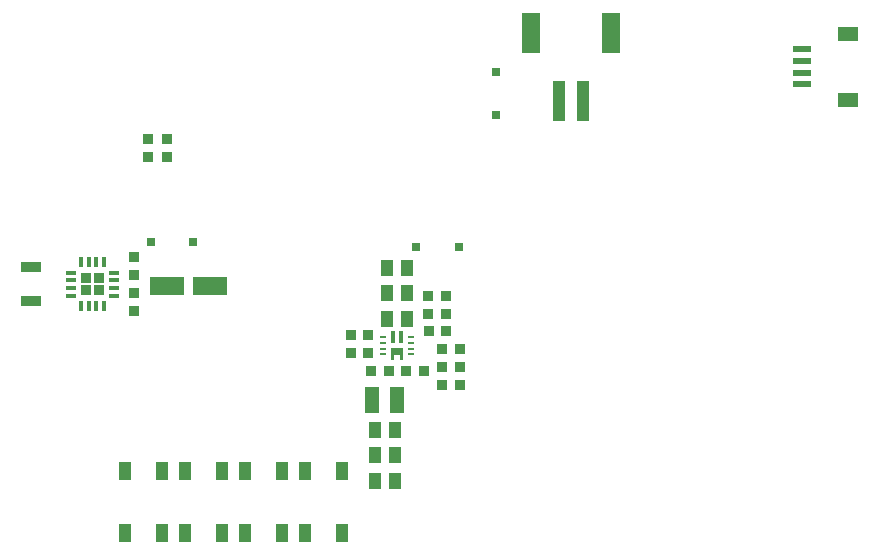
<source format=gbr>
%TF.GenerationSoftware,KiCad,Pcbnew,7.0.8*%
%TF.CreationDate,2024-01-07T13:32:43-05:00*%
%TF.ProjectId,destinationAutomation_v4.5,64657374-696e-4617-9469-6f6e4175746f,02*%
%TF.SameCoordinates,Original*%
%TF.FileFunction,Paste,Top*%
%TF.FilePolarity,Positive*%
%FSLAX46Y46*%
G04 Gerber Fmt 4.6, Leading zero omitted, Abs format (unit mm)*
G04 Created by KiCad (PCBNEW 7.0.8) date 2024-01-07 13:32:43*
%MOMM*%
%LPD*%
G01*
G04 APERTURE LIST*
G04 Aperture macros list*
%AMFreePoly0*
4,1,9,-0.250000,0.372500,0.250000,0.372500,0.250000,0.750000,0.500000,0.750000,0.500000,-0.250000,-0.500000,-0.250000,-0.500000,0.750000,-0.250000,0.750000,-0.250000,0.372500,-0.250000,0.372500,$1*%
G04 Aperture macros list end*
%ADD10R,0.820000X0.929000*%
%ADD11R,0.970000X0.871000*%
%ADD12R,0.871000X0.970000*%
%ADD13R,1.115000X1.465000*%
%ADD14R,1.500000X3.400000*%
%ADD15R,1.000000X3.500000*%
%ADD16R,1.000000X1.550000*%
%ADD17R,0.760000X0.790000*%
%ADD18R,0.790000X0.760000*%
%ADD19R,0.929000X0.820000*%
%ADD20R,2.914000X1.579000*%
%ADD21R,1.800000X1.200000*%
%ADD22R,1.550000X0.600000*%
%ADD23R,0.550000X0.250000*%
%ADD24R,0.350000X1.000000*%
%ADD25FreePoly0,180.000000*%
%ADD26R,1.700000X0.900000*%
%ADD27R,0.814000X0.814000*%
%ADD28R,0.906000X0.337000*%
%ADD29R,0.337000X0.906000*%
%ADD30R,0.588000X0.588000*%
%ADD31R,1.185000X2.215000*%
G04 APERTURE END LIST*
D10*
%TO.C,R1*%
X123945000Y-114046000D03*
X122435000Y-114046000D03*
%TD*%
%TO.C,R3*%
X121292000Y-112522000D03*
X122802000Y-112522000D03*
%TD*%
D11*
%TO.C,C12*%
X96393000Y-109359000D03*
X96393000Y-110859000D03*
%TD*%
%TO.C,C14*%
X96393000Y-106311000D03*
X96393000Y-107811000D03*
%TD*%
D12*
%TO.C,C4*%
X116193000Y-114427000D03*
X114693000Y-114427000D03*
%TD*%
D13*
%TO.C,C11*%
X117768000Y-107188000D03*
X119468000Y-107188000D03*
%TD*%
D11*
%TO.C,C7*%
X122809000Y-111113000D03*
X122809000Y-109613000D03*
%TD*%
D12*
%TO.C,C6*%
X122440000Y-117094000D03*
X123940000Y-117094000D03*
%TD*%
D13*
%TO.C,C10*%
X117768000Y-109347000D03*
X119468000Y-109347000D03*
%TD*%
D11*
%TO.C,C8*%
X121285000Y-111113000D03*
X121285000Y-109613000D03*
%TD*%
D14*
%TO.C,J2*%
X136700000Y-87331000D03*
X130000000Y-87331000D03*
D15*
X134350000Y-93081000D03*
X132350000Y-93081000D03*
%TD*%
D16*
%TO.C,SW3*%
X100635000Y-129625000D03*
X100635000Y-124375000D03*
X103835000Y-129625000D03*
X103835000Y-124375000D03*
%TD*%
D13*
%TO.C,C2*%
X116752000Y-123063000D03*
X118452000Y-123063000D03*
%TD*%
D17*
%TO.C,D3*%
X123852000Y-105410000D03*
X120242000Y-105410000D03*
%TD*%
D12*
%TO.C,C5*%
X117906000Y-115951000D03*
X116406000Y-115951000D03*
%TD*%
D10*
%TO.C,R4*%
X116198000Y-112903000D03*
X114688000Y-112903000D03*
%TD*%
%TO.C,R5*%
X119387000Y-115951000D03*
X120897000Y-115951000D03*
%TD*%
D13*
%TO.C,C1*%
X116752000Y-120904000D03*
X118452000Y-120904000D03*
%TD*%
D18*
%TO.C,D2*%
X127000000Y-94234000D03*
X127000000Y-90624000D03*
%TD*%
D19*
%TO.C,R7*%
X97536000Y-96273000D03*
X97536000Y-97783000D03*
%TD*%
D13*
%TO.C,C3*%
X116752000Y-125222000D03*
X118452000Y-125222000D03*
%TD*%
D16*
%TO.C,SW2*%
X95555000Y-129625000D03*
X95555000Y-124375000D03*
X98755000Y-129625000D03*
X98755000Y-124375000D03*
%TD*%
D20*
%TO.C,C13*%
X99116000Y-108712000D03*
X102814000Y-108712000D03*
%TD*%
D21*
%TO.C,J3*%
X156815000Y-92970000D03*
X156815000Y-87370000D03*
D22*
X152940000Y-91670000D03*
X152940000Y-90670000D03*
X152940000Y-89670000D03*
X152940000Y-88670000D03*
%TD*%
D16*
%TO.C,SW4*%
X105715000Y-129625000D03*
X105715000Y-124375000D03*
X108915000Y-129625000D03*
X108915000Y-124375000D03*
%TD*%
D23*
%TO.C,U2*%
X119793000Y-114542000D03*
X119793000Y-114042000D03*
X119793000Y-113542000D03*
X119793000Y-113042000D03*
D24*
X118968000Y-113092000D03*
X118268000Y-113092000D03*
D23*
X117443000Y-113042000D03*
X117443000Y-113542000D03*
X117443000Y-114042000D03*
X117443000Y-114542000D03*
D25*
X118618000Y-114242000D03*
%TD*%
D26*
%TO.C,R6*%
X87630000Y-107135000D03*
X87630000Y-110035000D03*
%TD*%
D19*
%TO.C,R8*%
X99187000Y-97783000D03*
X99187000Y-96273000D03*
%TD*%
D17*
%TO.C,D1*%
X97763000Y-105029000D03*
X101373000Y-105029000D03*
%TD*%
D13*
%TO.C,C9*%
X117768000Y-111506000D03*
X119468000Y-111506000D03*
%TD*%
D27*
%TO.C,U3*%
X93362000Y-108060000D03*
X92312000Y-108060000D03*
X93362000Y-109110000D03*
X92312000Y-109110000D03*
D28*
X91005000Y-107610000D03*
X91005000Y-108260000D03*
X91005000Y-108910000D03*
X91005000Y-109560000D03*
D29*
X91862000Y-110417000D03*
X92512000Y-110417000D03*
X93162000Y-110417000D03*
X93812000Y-110417000D03*
D28*
X94669000Y-109560000D03*
X94669000Y-108910000D03*
X94669000Y-108260000D03*
X94669000Y-107610000D03*
D29*
X93812000Y-106753000D03*
X93162000Y-106753000D03*
X92512000Y-106753000D03*
X91862000Y-106753000D03*
D30*
X93362000Y-108060000D03*
X92312000Y-108060000D03*
X93362000Y-109110000D03*
X92312000Y-109110000D03*
%TD*%
D16*
%TO.C,SW5*%
X110795000Y-129625000D03*
X110795000Y-124375000D03*
X113995000Y-129625000D03*
X113995000Y-124375000D03*
%TD*%
D10*
%TO.C,R2*%
X122435000Y-115570000D03*
X123945000Y-115570000D03*
%TD*%
D31*
%TO.C,L1*%
X116488000Y-118364000D03*
X118618000Y-118364000D03*
%TD*%
M02*

</source>
